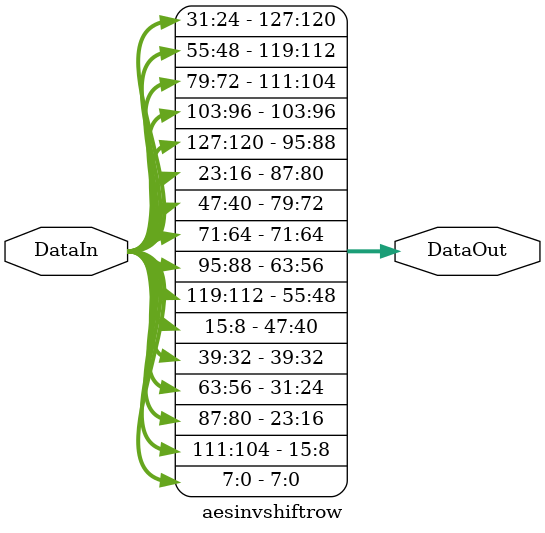
<source format=sv>

module aesinvshiftrow(
   input  logic [127:0] DataIn, 
   output logic [127:0] DataOut
);

   assign DataOut = {DataIn[31:24], DataIn[55:48], DataIn[79:72], DataIn[103:96],
                     DataIn[127:120], DataIn[23:16], DataIn[47:40], DataIn[71:64],
                     DataIn[95:88], DataIn[119:112], DataIn[15:8], DataIn[39:32],
                     DataIn[63:56], DataIn[87:80], DataIn[111:104], DataIn[7:0]};
endmodule

</source>
